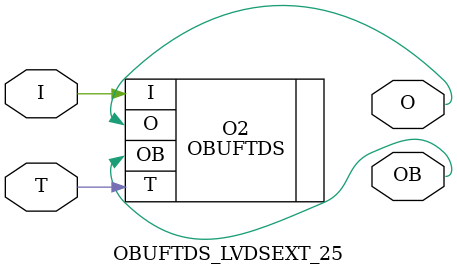
<source format=v>


`timescale  1 ps / 1 ps


module OBUFTDS_LVDSEXT_25 (O, OB, I, T);

    output O, OB;

    input  I, T;

	OBUFTDS #(.IOSTANDARD("LVDSEXT_25")) O2 (.O(O), .I(I), .OB(OB), .T(T));


endmodule



</source>
